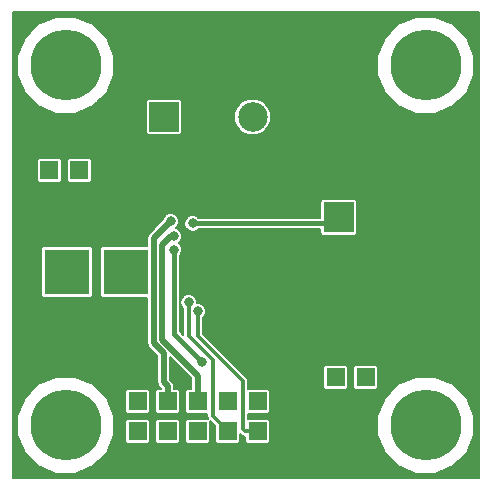
<source format=gbr>
G04 #@! TF.FileFunction,Copper,L1,Top,Signal*
%FSLAX46Y46*%
G04 Gerber Fmt 4.6, Leading zero omitted, Abs format (unit mm)*
G04 Created by KiCad (PCBNEW (2016-09-17 revision 679eef1)-makepkg) date 09/29/16 07:02:03*
%MOMM*%
%LPD*%
G01*
G04 APERTURE LIST*
%ADD10C,0.500000*%
%ADD11C,2.500000*%
%ADD12R,2.500000X2.500000*%
%ADD13R,1.524000X1.524000*%
%ADD14R,3.810000X3.810000*%
%ADD15C,6.000000*%
%ADD16C,0.800000*%
%ADD17C,0.300000*%
%ADD18C,0.200000*%
%ADD19C,0.400000*%
G04 APERTURE END LIST*
D10*
D11*
X20898500Y31178500D03*
D12*
X13398500Y31178500D03*
D13*
X11176000Y7112000D03*
X11176000Y4572000D03*
D11*
X35694000Y22669500D03*
D12*
X28194000Y22669500D03*
D14*
X10160000Y13081000D03*
X5160000Y13081000D03*
D15*
X5080000Y35560000D03*
X35560000Y35560000D03*
X35560000Y5080000D03*
X5080000Y5080000D03*
D13*
X16256000Y7112000D03*
X16256000Y4572000D03*
X13716000Y7112000D03*
X13716000Y4572000D03*
D14*
X10160000Y18034000D03*
X5160000Y18034000D03*
D13*
X18796000Y4572000D03*
X18796000Y7112000D03*
X21336000Y7112000D03*
X21336000Y4572000D03*
X27940000Y11684000D03*
X30480000Y11684000D03*
X27940000Y9144000D03*
X30480000Y9144000D03*
X27940000Y6604000D03*
X30480000Y6604000D03*
X3683000Y29210000D03*
X6223000Y29210000D03*
X3683000Y26670000D03*
X6223000Y26670000D03*
X3683000Y24130000D03*
X6223000Y24130000D03*
D16*
X21336000Y13970010D03*
X22351992Y13970000D03*
X22352000Y12954000D03*
X25400000Y11176000D03*
X24130000Y11176000D03*
X23114000Y12192000D03*
X23368000Y13970000D03*
X7366000Y31242000D03*
X7874000Y29718000D03*
X7874000Y28702000D03*
X12192000Y33528000D03*
X25908000Y32004000D03*
X25908000Y30480000D03*
X26670000Y29210000D03*
X30226000Y20320000D03*
X31242000Y19050000D03*
X31242000Y17272000D03*
X31242000Y16002000D03*
X31242000Y14986000D03*
X30480000Y28702000D03*
X31750000Y27686000D03*
X32512000Y26670000D03*
X33020000Y25400000D03*
X8890000Y33020000D03*
X8467958Y31669876D03*
X16748511Y32004000D03*
X16540177Y33799471D03*
X18542000Y24638000D03*
X18542000Y26162000D03*
X18542000Y27686000D03*
X18542000Y29210000D03*
X17780000Y30226000D03*
X17018000Y12954000D03*
X19812000Y27178000D03*
X21082000Y26416000D03*
X19558000Y25654000D03*
X16224500Y18967000D03*
X17049500Y18967000D03*
X17049500Y18117000D03*
X16224500Y18117000D03*
X15399500Y18967000D03*
X15399500Y18117000D03*
X17874500Y18117000D03*
X17874500Y18967000D03*
X7112000Y21082000D03*
X5842000Y21082000D03*
X4572000Y21082000D03*
X3302000Y21082000D03*
X1778000Y21082000D03*
X1524000Y18542000D03*
X1778000Y15494000D03*
X1778000Y13716000D03*
X1270000Y29210000D03*
X8636000Y10160000D03*
X7620000Y10160000D03*
X6604000Y10160000D03*
X5334000Y10160000D03*
X4064000Y10160000D03*
X2794000Y10160000D03*
X23876000Y24130000D03*
X24130000Y14732000D03*
X23876000Y16002000D03*
X23876000Y17272000D03*
X23876000Y18542000D03*
X23876000Y20066000D03*
X22606000Y20066000D03*
X21336000Y20066000D03*
X20320000Y19304000D03*
X20066000Y18288000D03*
X19304000Y19050000D03*
X24638000Y13716000D03*
X24638000Y12700000D03*
X25908000Y12446000D03*
X26924000Y13716000D03*
X28448000Y13716000D03*
X29718000Y13716000D03*
X30734000Y13716000D03*
X37592000Y22606000D03*
X37592000Y21336000D03*
X36322000Y20574000D03*
X34798000Y20574000D03*
X33782000Y21590000D03*
X33528000Y22860000D03*
X33782000Y24384000D03*
X35052000Y24892000D03*
X36322000Y24892000D03*
X37338000Y24130000D03*
X19341614Y12229614D03*
X3683000Y22352000D03*
X6223000Y22352000D03*
X15811500Y22161500D03*
X15494000Y15494000D03*
X16256000Y14732000D03*
X14223999Y21082000D03*
X13970000Y22352000D03*
X16637000Y10414000D03*
X14224000Y19939000D03*
D17*
X21336000Y13970000D02*
X21336000Y13970010D01*
X22352000Y12954000D02*
X21336000Y13970000D01*
X23368000Y13970000D02*
X22351992Y13970000D01*
X22352000Y12954000D02*
X23114000Y12192000D01*
X24130000Y11176000D02*
X25400000Y11176000D01*
X7874000Y29718000D02*
X7874000Y30734000D01*
X7874000Y30734000D02*
X7366000Y31242000D01*
X6223000Y29210000D02*
X7366000Y29210000D01*
X7366000Y29210000D02*
X7874000Y28702000D01*
X25908000Y30480000D02*
X25908000Y32004000D01*
X30226000Y25146000D02*
X26670000Y28702000D01*
X26670000Y28702000D02*
X26670000Y29210000D01*
X30226000Y20320000D02*
X30226000Y25146000D01*
X31242000Y17272000D02*
X31242000Y19050000D01*
X31242000Y14986000D02*
X31242000Y16002000D01*
X31750000Y27686000D02*
X31496000Y27686000D01*
X31496000Y27686000D02*
X30480000Y28702000D01*
X33020000Y25400000D02*
X33020000Y26162000D01*
X33020000Y26162000D02*
X32512000Y26670000D01*
X8890000Y33020000D02*
X9669471Y33799471D01*
X9669471Y33799471D02*
X16540177Y33799471D01*
D10*
X8890000Y32454315D02*
X8890000Y33020000D01*
X8890000Y32091918D02*
X8890000Y32454315D01*
X8467958Y31669876D02*
X8890000Y32091918D01*
X16748511Y32004000D02*
X16748511Y33591137D01*
X16748511Y33591137D02*
X16540177Y33799471D01*
X18542000Y27686000D02*
X18542000Y26162000D01*
X17780000Y30226000D02*
X17780000Y29972000D01*
X17780000Y29972000D02*
X18542000Y29210000D01*
D17*
X12860959Y22445041D02*
X15053918Y24638000D01*
X15053918Y24638000D02*
X18542000Y24638000D01*
D10*
X21082000Y26416000D02*
X20574000Y26416000D01*
X20574000Y26416000D02*
X19812000Y27178000D01*
X18542000Y24638000D02*
X19558000Y25654000D01*
D17*
X16224500Y18117000D02*
X17049500Y18117000D01*
X15399500Y18967000D02*
X15399500Y18942000D01*
X15399500Y18942000D02*
X16224500Y18117000D01*
D18*
X4572000Y21082000D02*
X5842000Y21082000D01*
X1778000Y21082000D02*
X3302000Y21082000D01*
X1778000Y15494000D02*
X1778000Y18288000D01*
X1778000Y18288000D02*
X1524000Y18542000D01*
X5160000Y13081000D02*
X3055000Y13081000D01*
X3055000Y13081000D02*
X2420000Y13716000D01*
X2420000Y13716000D02*
X1778000Y13716000D01*
X3683000Y29210000D02*
X1270000Y29210000D01*
X6604000Y10160000D02*
X7620000Y10160000D01*
X4064000Y10160000D02*
X5334000Y10160000D01*
X4344000Y10160000D02*
X4064000Y10160000D01*
X4064000Y10160000D02*
X2794000Y10160000D01*
X5160000Y13081000D02*
X5160000Y10976000D01*
X5160000Y10976000D02*
X4344000Y10160000D01*
X23876000Y16002000D02*
X23876000Y14986000D01*
X23876000Y14986000D02*
X24130000Y14732000D01*
X23876000Y18542000D02*
X23876000Y17272000D01*
X22606000Y20066000D02*
X23876000Y20066000D01*
X20320000Y19304000D02*
X20574000Y19304000D01*
X20574000Y19304000D02*
X21336000Y20066000D01*
X19304000Y19050000D02*
X20066000Y18288000D01*
X24638000Y12700000D02*
X24638000Y13716000D01*
X26924000Y13716000D02*
X26924000Y13462000D01*
X26924000Y13462000D02*
X25908000Y12446000D01*
X29718000Y13716000D02*
X28448000Y13716000D01*
X30480000Y11684000D02*
X30480000Y13462000D01*
X30480000Y13462000D02*
X30734000Y13716000D01*
X36322000Y20574000D02*
X36830000Y20574000D01*
X36830000Y20574000D02*
X37592000Y21336000D01*
X33782000Y21590000D02*
X34798000Y20574000D01*
X33782000Y24384000D02*
X33782000Y23114000D01*
X33782000Y23114000D02*
X33528000Y22860000D01*
X36322000Y24892000D02*
X35052000Y24892000D01*
X35694000Y22669500D02*
X37154500Y24130000D01*
X37154500Y24130000D02*
X37338000Y24130000D01*
D19*
X6223000Y22352000D02*
X3683000Y22352000D01*
X15811500Y22161500D02*
X27686000Y22161500D01*
X27686000Y22161500D02*
X28194000Y22669500D01*
X27767219Y22168219D02*
X28575000Y22976000D01*
D17*
X15494000Y15494000D02*
X15494000Y12667002D01*
X15494000Y12667002D02*
X17526000Y10635002D01*
X17526000Y10635002D02*
X17526000Y5842000D01*
X17526000Y5842000D02*
X18796000Y4572000D01*
D19*
X19031000Y4572000D02*
X18815001Y4787999D01*
D17*
X21336000Y4572000D02*
X20274000Y4572000D01*
X20274000Y4572000D02*
X20066000Y4780000D01*
X20066000Y4780000D02*
X20066000Y8802122D01*
X20066000Y8802122D02*
X16256000Y12612122D01*
X16256000Y12612122D02*
X16256000Y14166315D01*
X16256000Y14166315D02*
X16256000Y14732000D01*
D10*
X14223999Y21082000D02*
X13970000Y21082000D01*
X13215011Y12324950D02*
X16256000Y9283961D01*
X13970000Y21082000D02*
X13215011Y20327011D01*
X13215011Y20327011D02*
X13215011Y12324950D01*
X16256000Y9283961D02*
X16256000Y8374000D01*
X16256000Y8374000D02*
X16256000Y7112000D01*
X13970000Y22352000D02*
X12515001Y20897001D01*
X12515001Y20897001D02*
X12515001Y12034998D01*
X12515001Y12034998D02*
X13373999Y11176000D01*
X13373999Y11176000D02*
X13373999Y8716001D01*
X13373999Y8716001D02*
X13716000Y8374000D01*
X13716000Y8374000D02*
X13716000Y7112000D01*
D19*
X14224000Y19939000D02*
X14224000Y12827000D01*
X14224000Y12827000D02*
X16637000Y10414000D01*
D18*
G36*
X40036000Y604000D02*
X604000Y604000D01*
X604000Y4268037D01*
X979290Y4268037D01*
X1602162Y2760571D01*
X2754504Y1606216D01*
X4260882Y980713D01*
X5891963Y979290D01*
X7399429Y1602162D01*
X8553784Y2754504D01*
X9179287Y4260882D01*
X9180223Y5334000D01*
X10108123Y5334000D01*
X10108123Y3810000D01*
X10131407Y3692946D01*
X10197712Y3593712D01*
X10296946Y3527407D01*
X10414000Y3504123D01*
X11938000Y3504123D01*
X12055054Y3527407D01*
X12154288Y3593712D01*
X12220593Y3692946D01*
X12243877Y3810000D01*
X12243877Y5334000D01*
X12648123Y5334000D01*
X12648123Y3810000D01*
X12671407Y3692946D01*
X12737712Y3593712D01*
X12836946Y3527407D01*
X12954000Y3504123D01*
X14478000Y3504123D01*
X14595054Y3527407D01*
X14694288Y3593712D01*
X14760593Y3692946D01*
X14783877Y3810000D01*
X14783877Y5334000D01*
X14760593Y5451054D01*
X14694288Y5550288D01*
X14595054Y5616593D01*
X14478000Y5639877D01*
X12954000Y5639877D01*
X12836946Y5616593D01*
X12737712Y5550288D01*
X12671407Y5451054D01*
X12648123Y5334000D01*
X12243877Y5334000D01*
X12220593Y5451054D01*
X12154288Y5550288D01*
X12055054Y5616593D01*
X11938000Y5639877D01*
X10414000Y5639877D01*
X10296946Y5616593D01*
X10197712Y5550288D01*
X10131407Y5451054D01*
X10108123Y5334000D01*
X9180223Y5334000D01*
X9180710Y5891963D01*
X8557838Y7399429D01*
X8084095Y7874000D01*
X10108123Y7874000D01*
X10108123Y6350000D01*
X10131407Y6232946D01*
X10197712Y6133712D01*
X10296946Y6067407D01*
X10414000Y6044123D01*
X11938000Y6044123D01*
X12055054Y6067407D01*
X12154288Y6133712D01*
X12220593Y6232946D01*
X12243877Y6350000D01*
X12243877Y7874000D01*
X12220593Y7991054D01*
X12154288Y8090288D01*
X12055054Y8156593D01*
X11938000Y8179877D01*
X10414000Y8179877D01*
X10296946Y8156593D01*
X10197712Y8090288D01*
X10131407Y7991054D01*
X10108123Y7874000D01*
X8084095Y7874000D01*
X7405496Y8553784D01*
X5899118Y9179287D01*
X4268037Y9180710D01*
X2760571Y8557838D01*
X1606216Y7405496D01*
X980713Y5899118D01*
X979290Y4268037D01*
X604000Y4268037D01*
X604000Y19939000D01*
X2949123Y19939000D01*
X2949123Y16129000D01*
X2972407Y16011946D01*
X3038712Y15912712D01*
X3137946Y15846407D01*
X3255000Y15823123D01*
X7065000Y15823123D01*
X7182054Y15846407D01*
X7281288Y15912712D01*
X7347593Y16011946D01*
X7370877Y16129000D01*
X7370877Y19939000D01*
X7949123Y19939000D01*
X7949123Y16129000D01*
X7972407Y16011946D01*
X8038712Y15912712D01*
X8137946Y15846407D01*
X8255000Y15823123D01*
X11965001Y15823123D01*
X11965001Y12034998D01*
X12006867Y11824522D01*
X12126092Y11646089D01*
X12823999Y10948183D01*
X12823999Y8716001D01*
X12865865Y8505525D01*
X12985090Y8327092D01*
X13132305Y8179877D01*
X12954000Y8179877D01*
X12836946Y8156593D01*
X12737712Y8090288D01*
X12671407Y7991054D01*
X12648123Y7874000D01*
X12648123Y6350000D01*
X12671407Y6232946D01*
X12737712Y6133712D01*
X12836946Y6067407D01*
X12954000Y6044123D01*
X14478000Y6044123D01*
X14595054Y6067407D01*
X14694288Y6133712D01*
X14760593Y6232946D01*
X14783877Y6350000D01*
X14783877Y7874000D01*
X14760593Y7991054D01*
X14694288Y8090288D01*
X14595054Y8156593D01*
X14478000Y8179877D01*
X14266000Y8179877D01*
X14266000Y8374000D01*
X14224134Y8584476D01*
X14104909Y8762909D01*
X14104906Y8762911D01*
X13923999Y8943819D01*
X13923999Y10838144D01*
X15706000Y9056143D01*
X15706000Y8179877D01*
X15494000Y8179877D01*
X15376946Y8156593D01*
X15277712Y8090288D01*
X15211407Y7991054D01*
X15188123Y7874000D01*
X15188123Y6350000D01*
X15211407Y6232946D01*
X15277712Y6133712D01*
X15376946Y6067407D01*
X15494000Y6044123D01*
X17018000Y6044123D01*
X17076000Y6055660D01*
X17076000Y5842000D01*
X17110254Y5669792D01*
X17130243Y5639877D01*
X17154469Y5603621D01*
X17135054Y5616593D01*
X17018000Y5639877D01*
X15494000Y5639877D01*
X15376946Y5616593D01*
X15277712Y5550288D01*
X15211407Y5451054D01*
X15188123Y5334000D01*
X15188123Y3810000D01*
X15211407Y3692946D01*
X15277712Y3593712D01*
X15376946Y3527407D01*
X15494000Y3504123D01*
X17018000Y3504123D01*
X17135054Y3527407D01*
X17234288Y3593712D01*
X17300593Y3692946D01*
X17323877Y3810000D01*
X17323877Y5334000D01*
X17305570Y5426034D01*
X17728123Y5003481D01*
X17728123Y3810000D01*
X17751407Y3692946D01*
X17817712Y3593712D01*
X17916946Y3527407D01*
X18034000Y3504123D01*
X19558000Y3504123D01*
X19675054Y3527407D01*
X19774288Y3593712D01*
X19840593Y3692946D01*
X19863877Y3810000D01*
X19863877Y4345727D01*
X19955802Y4253802D01*
X20101792Y4156254D01*
X20268123Y4123169D01*
X20268123Y3810000D01*
X20291407Y3692946D01*
X20357712Y3593712D01*
X20456946Y3527407D01*
X20574000Y3504123D01*
X22098000Y3504123D01*
X22215054Y3527407D01*
X22314288Y3593712D01*
X22380593Y3692946D01*
X22403877Y3810000D01*
X22403877Y4268037D01*
X31459290Y4268037D01*
X32082162Y2760571D01*
X33234504Y1606216D01*
X34740882Y980713D01*
X36371963Y979290D01*
X37879429Y1602162D01*
X39033784Y2754504D01*
X39659287Y4260882D01*
X39660710Y5891963D01*
X39037838Y7399429D01*
X37885496Y8553784D01*
X36379118Y9179287D01*
X34748037Y9180710D01*
X33240571Y8557838D01*
X32086216Y7405496D01*
X31460713Y5899118D01*
X31459290Y4268037D01*
X22403877Y4268037D01*
X22403877Y5334000D01*
X22380593Y5451054D01*
X22314288Y5550288D01*
X22215054Y5616593D01*
X22098000Y5639877D01*
X20574000Y5639877D01*
X20516000Y5628340D01*
X20516000Y6055660D01*
X20574000Y6044123D01*
X22098000Y6044123D01*
X22215054Y6067407D01*
X22314288Y6133712D01*
X22380593Y6232946D01*
X22403877Y6350000D01*
X22403877Y7874000D01*
X22380593Y7991054D01*
X22314288Y8090288D01*
X22215054Y8156593D01*
X22098000Y8179877D01*
X20574000Y8179877D01*
X20516000Y8168340D01*
X20516000Y8802122D01*
X20481746Y8974330D01*
X20384198Y9120320D01*
X19598518Y9906000D01*
X26872123Y9906000D01*
X26872123Y8382000D01*
X26895407Y8264946D01*
X26961712Y8165712D01*
X27060946Y8099407D01*
X27178000Y8076123D01*
X28702000Y8076123D01*
X28819054Y8099407D01*
X28918288Y8165712D01*
X28984593Y8264946D01*
X29007877Y8382000D01*
X29007877Y9906000D01*
X29412123Y9906000D01*
X29412123Y8382000D01*
X29435407Y8264946D01*
X29501712Y8165712D01*
X29600946Y8099407D01*
X29718000Y8076123D01*
X31242000Y8076123D01*
X31359054Y8099407D01*
X31458288Y8165712D01*
X31524593Y8264946D01*
X31547877Y8382000D01*
X31547877Y9906000D01*
X31524593Y10023054D01*
X31458288Y10122288D01*
X31359054Y10188593D01*
X31242000Y10211877D01*
X29718000Y10211877D01*
X29600946Y10188593D01*
X29501712Y10122288D01*
X29435407Y10023054D01*
X29412123Y9906000D01*
X29007877Y9906000D01*
X28984593Y10023054D01*
X28918288Y10122288D01*
X28819054Y10188593D01*
X28702000Y10211877D01*
X27178000Y10211877D01*
X27060946Y10188593D01*
X26961712Y10122288D01*
X26895407Y10023054D01*
X26872123Y9906000D01*
X19598518Y9906000D01*
X16706000Y12798518D01*
X16706000Y14192129D01*
X16849085Y14334964D01*
X16955878Y14592150D01*
X16956121Y14870628D01*
X16849777Y15128000D01*
X16653036Y15325085D01*
X16395850Y15431878D01*
X16193946Y15432054D01*
X16194121Y15632628D01*
X16087777Y15890000D01*
X15891036Y16087085D01*
X15633850Y16193878D01*
X15355372Y16194121D01*
X15098000Y16087777D01*
X14900915Y15891036D01*
X14794122Y15633850D01*
X14793879Y15355372D01*
X14900223Y15098000D01*
X15044000Y14953972D01*
X15044000Y12714106D01*
X14724000Y13034106D01*
X14724000Y19449041D01*
X14817085Y19541964D01*
X14923878Y19799150D01*
X14924121Y20077628D01*
X14817777Y20335000D01*
X14642449Y20510634D01*
X14817084Y20684964D01*
X14923877Y20942150D01*
X14924120Y21220628D01*
X14817776Y21478000D01*
X14621035Y21675085D01*
X14382103Y21774298D01*
X14563085Y21954964D01*
X14591282Y22022872D01*
X15111379Y22022872D01*
X15217723Y21765500D01*
X15414464Y21568415D01*
X15671650Y21461622D01*
X15950128Y21461379D01*
X16207500Y21567723D01*
X16301441Y21661500D01*
X26638123Y21661500D01*
X26638123Y21419500D01*
X26661407Y21302446D01*
X26727712Y21203212D01*
X26826946Y21136907D01*
X26944000Y21113623D01*
X29444000Y21113623D01*
X29561054Y21136907D01*
X29660288Y21203212D01*
X29726593Y21302446D01*
X29749877Y21419500D01*
X29749877Y23919500D01*
X29726593Y24036554D01*
X29660288Y24135788D01*
X29561054Y24202093D01*
X29444000Y24225377D01*
X26944000Y24225377D01*
X26826946Y24202093D01*
X26727712Y24135788D01*
X26661407Y24036554D01*
X26638123Y23919500D01*
X26638123Y22661500D01*
X16301459Y22661500D01*
X16208536Y22754585D01*
X15951350Y22861378D01*
X15672872Y22861621D01*
X15415500Y22755277D01*
X15218415Y22558536D01*
X15111622Y22301350D01*
X15111379Y22022872D01*
X14591282Y22022872D01*
X14669878Y22212150D01*
X14670121Y22490628D01*
X14563777Y22748000D01*
X14367036Y22945085D01*
X14109850Y23051878D01*
X13831372Y23052121D01*
X13574000Y22945777D01*
X13376915Y22749036D01*
X13270122Y22491850D01*
X13270068Y22429886D01*
X12126092Y21285910D01*
X12006867Y21107477D01*
X11965001Y20897001D01*
X11965001Y20244877D01*
X8255000Y20244877D01*
X8137946Y20221593D01*
X8038712Y20155288D01*
X7972407Y20056054D01*
X7949123Y19939000D01*
X7370877Y19939000D01*
X7347593Y20056054D01*
X7281288Y20155288D01*
X7182054Y20221593D01*
X7065000Y20244877D01*
X3255000Y20244877D01*
X3137946Y20221593D01*
X3038712Y20155288D01*
X2972407Y20056054D01*
X2949123Y19939000D01*
X604000Y19939000D01*
X604000Y27432000D01*
X2615123Y27432000D01*
X2615123Y25908000D01*
X2638407Y25790946D01*
X2704712Y25691712D01*
X2803946Y25625407D01*
X2921000Y25602123D01*
X4445000Y25602123D01*
X4562054Y25625407D01*
X4661288Y25691712D01*
X4727593Y25790946D01*
X4750877Y25908000D01*
X4750877Y27432000D01*
X5155123Y27432000D01*
X5155123Y25908000D01*
X5178407Y25790946D01*
X5244712Y25691712D01*
X5343946Y25625407D01*
X5461000Y25602123D01*
X6985000Y25602123D01*
X7102054Y25625407D01*
X7201288Y25691712D01*
X7267593Y25790946D01*
X7290877Y25908000D01*
X7290877Y27432000D01*
X7267593Y27549054D01*
X7201288Y27648288D01*
X7102054Y27714593D01*
X6985000Y27737877D01*
X5461000Y27737877D01*
X5343946Y27714593D01*
X5244712Y27648288D01*
X5178407Y27549054D01*
X5155123Y27432000D01*
X4750877Y27432000D01*
X4727593Y27549054D01*
X4661288Y27648288D01*
X4562054Y27714593D01*
X4445000Y27737877D01*
X2921000Y27737877D01*
X2803946Y27714593D01*
X2704712Y27648288D01*
X2638407Y27549054D01*
X2615123Y27432000D01*
X604000Y27432000D01*
X604000Y34748037D01*
X979290Y34748037D01*
X1602162Y33240571D01*
X2754504Y32086216D01*
X4260882Y31460713D01*
X5891963Y31459290D01*
X7399429Y32082162D01*
X7746372Y32428500D01*
X11842623Y32428500D01*
X11842623Y29928500D01*
X11865907Y29811446D01*
X11932212Y29712212D01*
X12031446Y29645907D01*
X12148500Y29622623D01*
X14648500Y29622623D01*
X14765554Y29645907D01*
X14864788Y29712212D01*
X14931093Y29811446D01*
X14954377Y29928500D01*
X14954377Y30871539D01*
X19348232Y30871539D01*
X19583708Y30301643D01*
X20019349Y29865240D01*
X20588833Y29628770D01*
X21205461Y29628232D01*
X21775357Y29863708D01*
X22211760Y30299349D01*
X22448230Y30868833D01*
X22448768Y31485461D01*
X22213292Y32055357D01*
X21777651Y32491760D01*
X21208167Y32728230D01*
X20591539Y32728768D01*
X20021643Y32493292D01*
X19585240Y32057651D01*
X19348770Y31488167D01*
X19348232Y30871539D01*
X14954377Y30871539D01*
X14954377Y32428500D01*
X14931093Y32545554D01*
X14864788Y32644788D01*
X14765554Y32711093D01*
X14648500Y32734377D01*
X12148500Y32734377D01*
X12031446Y32711093D01*
X11932212Y32644788D01*
X11865907Y32545554D01*
X11842623Y32428500D01*
X7746372Y32428500D01*
X8553784Y33234504D01*
X9179287Y34740882D01*
X9179293Y34748037D01*
X31459290Y34748037D01*
X32082162Y33240571D01*
X33234504Y32086216D01*
X34740882Y31460713D01*
X36371963Y31459290D01*
X37879429Y32082162D01*
X39033784Y33234504D01*
X39659287Y34740882D01*
X39660710Y36371963D01*
X39037838Y37879429D01*
X37885496Y39033784D01*
X36379118Y39659287D01*
X34748037Y39660710D01*
X33240571Y39037838D01*
X32086216Y37885496D01*
X31460713Y36379118D01*
X31459290Y34748037D01*
X9179293Y34748037D01*
X9180710Y36371963D01*
X8557838Y37879429D01*
X7405496Y39033784D01*
X5899118Y39659287D01*
X4268037Y39660710D01*
X2760571Y39037838D01*
X1606216Y37885496D01*
X980713Y36379118D01*
X979290Y34748037D01*
X604000Y34748037D01*
X604000Y40036000D01*
X40036000Y40036000D01*
X40036000Y604000D01*
X40036000Y604000D01*
G37*
X40036000Y604000D02*
X604000Y604000D01*
X604000Y4268037D01*
X979290Y4268037D01*
X1602162Y2760571D01*
X2754504Y1606216D01*
X4260882Y980713D01*
X5891963Y979290D01*
X7399429Y1602162D01*
X8553784Y2754504D01*
X9179287Y4260882D01*
X9180223Y5334000D01*
X10108123Y5334000D01*
X10108123Y3810000D01*
X10131407Y3692946D01*
X10197712Y3593712D01*
X10296946Y3527407D01*
X10414000Y3504123D01*
X11938000Y3504123D01*
X12055054Y3527407D01*
X12154288Y3593712D01*
X12220593Y3692946D01*
X12243877Y3810000D01*
X12243877Y5334000D01*
X12648123Y5334000D01*
X12648123Y3810000D01*
X12671407Y3692946D01*
X12737712Y3593712D01*
X12836946Y3527407D01*
X12954000Y3504123D01*
X14478000Y3504123D01*
X14595054Y3527407D01*
X14694288Y3593712D01*
X14760593Y3692946D01*
X14783877Y3810000D01*
X14783877Y5334000D01*
X14760593Y5451054D01*
X14694288Y5550288D01*
X14595054Y5616593D01*
X14478000Y5639877D01*
X12954000Y5639877D01*
X12836946Y5616593D01*
X12737712Y5550288D01*
X12671407Y5451054D01*
X12648123Y5334000D01*
X12243877Y5334000D01*
X12220593Y5451054D01*
X12154288Y5550288D01*
X12055054Y5616593D01*
X11938000Y5639877D01*
X10414000Y5639877D01*
X10296946Y5616593D01*
X10197712Y5550288D01*
X10131407Y5451054D01*
X10108123Y5334000D01*
X9180223Y5334000D01*
X9180710Y5891963D01*
X8557838Y7399429D01*
X8084095Y7874000D01*
X10108123Y7874000D01*
X10108123Y6350000D01*
X10131407Y6232946D01*
X10197712Y6133712D01*
X10296946Y6067407D01*
X10414000Y6044123D01*
X11938000Y6044123D01*
X12055054Y6067407D01*
X12154288Y6133712D01*
X12220593Y6232946D01*
X12243877Y6350000D01*
X12243877Y7874000D01*
X12220593Y7991054D01*
X12154288Y8090288D01*
X12055054Y8156593D01*
X11938000Y8179877D01*
X10414000Y8179877D01*
X10296946Y8156593D01*
X10197712Y8090288D01*
X10131407Y7991054D01*
X10108123Y7874000D01*
X8084095Y7874000D01*
X7405496Y8553784D01*
X5899118Y9179287D01*
X4268037Y9180710D01*
X2760571Y8557838D01*
X1606216Y7405496D01*
X980713Y5899118D01*
X979290Y4268037D01*
X604000Y4268037D01*
X604000Y19939000D01*
X2949123Y19939000D01*
X2949123Y16129000D01*
X2972407Y16011946D01*
X3038712Y15912712D01*
X3137946Y15846407D01*
X3255000Y15823123D01*
X7065000Y15823123D01*
X7182054Y15846407D01*
X7281288Y15912712D01*
X7347593Y16011946D01*
X7370877Y16129000D01*
X7370877Y19939000D01*
X7949123Y19939000D01*
X7949123Y16129000D01*
X7972407Y16011946D01*
X8038712Y15912712D01*
X8137946Y15846407D01*
X8255000Y15823123D01*
X11965001Y15823123D01*
X11965001Y12034998D01*
X12006867Y11824522D01*
X12126092Y11646089D01*
X12823999Y10948183D01*
X12823999Y8716001D01*
X12865865Y8505525D01*
X12985090Y8327092D01*
X13132305Y8179877D01*
X12954000Y8179877D01*
X12836946Y8156593D01*
X12737712Y8090288D01*
X12671407Y7991054D01*
X12648123Y7874000D01*
X12648123Y6350000D01*
X12671407Y6232946D01*
X12737712Y6133712D01*
X12836946Y6067407D01*
X12954000Y6044123D01*
X14478000Y6044123D01*
X14595054Y6067407D01*
X14694288Y6133712D01*
X14760593Y6232946D01*
X14783877Y6350000D01*
X14783877Y7874000D01*
X14760593Y7991054D01*
X14694288Y8090288D01*
X14595054Y8156593D01*
X14478000Y8179877D01*
X14266000Y8179877D01*
X14266000Y8374000D01*
X14224134Y8584476D01*
X14104909Y8762909D01*
X14104906Y8762911D01*
X13923999Y8943819D01*
X13923999Y10838144D01*
X15706000Y9056143D01*
X15706000Y8179877D01*
X15494000Y8179877D01*
X15376946Y8156593D01*
X15277712Y8090288D01*
X15211407Y7991054D01*
X15188123Y7874000D01*
X15188123Y6350000D01*
X15211407Y6232946D01*
X15277712Y6133712D01*
X15376946Y6067407D01*
X15494000Y6044123D01*
X17018000Y6044123D01*
X17076000Y6055660D01*
X17076000Y5842000D01*
X17110254Y5669792D01*
X17130243Y5639877D01*
X17154469Y5603621D01*
X17135054Y5616593D01*
X17018000Y5639877D01*
X15494000Y5639877D01*
X15376946Y5616593D01*
X15277712Y5550288D01*
X15211407Y5451054D01*
X15188123Y5334000D01*
X15188123Y3810000D01*
X15211407Y3692946D01*
X15277712Y3593712D01*
X15376946Y3527407D01*
X15494000Y3504123D01*
X17018000Y3504123D01*
X17135054Y3527407D01*
X17234288Y3593712D01*
X17300593Y3692946D01*
X17323877Y3810000D01*
X17323877Y5334000D01*
X17305570Y5426034D01*
X17728123Y5003481D01*
X17728123Y3810000D01*
X17751407Y3692946D01*
X17817712Y3593712D01*
X17916946Y3527407D01*
X18034000Y3504123D01*
X19558000Y3504123D01*
X19675054Y3527407D01*
X19774288Y3593712D01*
X19840593Y3692946D01*
X19863877Y3810000D01*
X19863877Y4345727D01*
X19955802Y4253802D01*
X20101792Y4156254D01*
X20268123Y4123169D01*
X20268123Y3810000D01*
X20291407Y3692946D01*
X20357712Y3593712D01*
X20456946Y3527407D01*
X20574000Y3504123D01*
X22098000Y3504123D01*
X22215054Y3527407D01*
X22314288Y3593712D01*
X22380593Y3692946D01*
X22403877Y3810000D01*
X22403877Y4268037D01*
X31459290Y4268037D01*
X32082162Y2760571D01*
X33234504Y1606216D01*
X34740882Y980713D01*
X36371963Y979290D01*
X37879429Y1602162D01*
X39033784Y2754504D01*
X39659287Y4260882D01*
X39660710Y5891963D01*
X39037838Y7399429D01*
X37885496Y8553784D01*
X36379118Y9179287D01*
X34748037Y9180710D01*
X33240571Y8557838D01*
X32086216Y7405496D01*
X31460713Y5899118D01*
X31459290Y4268037D01*
X22403877Y4268037D01*
X22403877Y5334000D01*
X22380593Y5451054D01*
X22314288Y5550288D01*
X22215054Y5616593D01*
X22098000Y5639877D01*
X20574000Y5639877D01*
X20516000Y5628340D01*
X20516000Y6055660D01*
X20574000Y6044123D01*
X22098000Y6044123D01*
X22215054Y6067407D01*
X22314288Y6133712D01*
X22380593Y6232946D01*
X22403877Y6350000D01*
X22403877Y7874000D01*
X22380593Y7991054D01*
X22314288Y8090288D01*
X22215054Y8156593D01*
X22098000Y8179877D01*
X20574000Y8179877D01*
X20516000Y8168340D01*
X20516000Y8802122D01*
X20481746Y8974330D01*
X20384198Y9120320D01*
X19598518Y9906000D01*
X26872123Y9906000D01*
X26872123Y8382000D01*
X26895407Y8264946D01*
X26961712Y8165712D01*
X27060946Y8099407D01*
X27178000Y8076123D01*
X28702000Y8076123D01*
X28819054Y8099407D01*
X28918288Y8165712D01*
X28984593Y8264946D01*
X29007877Y8382000D01*
X29007877Y9906000D01*
X29412123Y9906000D01*
X29412123Y8382000D01*
X29435407Y8264946D01*
X29501712Y8165712D01*
X29600946Y8099407D01*
X29718000Y8076123D01*
X31242000Y8076123D01*
X31359054Y8099407D01*
X31458288Y8165712D01*
X31524593Y8264946D01*
X31547877Y8382000D01*
X31547877Y9906000D01*
X31524593Y10023054D01*
X31458288Y10122288D01*
X31359054Y10188593D01*
X31242000Y10211877D01*
X29718000Y10211877D01*
X29600946Y10188593D01*
X29501712Y10122288D01*
X29435407Y10023054D01*
X29412123Y9906000D01*
X29007877Y9906000D01*
X28984593Y10023054D01*
X28918288Y10122288D01*
X28819054Y10188593D01*
X28702000Y10211877D01*
X27178000Y10211877D01*
X27060946Y10188593D01*
X26961712Y10122288D01*
X26895407Y10023054D01*
X26872123Y9906000D01*
X19598518Y9906000D01*
X16706000Y12798518D01*
X16706000Y14192129D01*
X16849085Y14334964D01*
X16955878Y14592150D01*
X16956121Y14870628D01*
X16849777Y15128000D01*
X16653036Y15325085D01*
X16395850Y15431878D01*
X16193946Y15432054D01*
X16194121Y15632628D01*
X16087777Y15890000D01*
X15891036Y16087085D01*
X15633850Y16193878D01*
X15355372Y16194121D01*
X15098000Y16087777D01*
X14900915Y15891036D01*
X14794122Y15633850D01*
X14793879Y15355372D01*
X14900223Y15098000D01*
X15044000Y14953972D01*
X15044000Y12714106D01*
X14724000Y13034106D01*
X14724000Y19449041D01*
X14817085Y19541964D01*
X14923878Y19799150D01*
X14924121Y20077628D01*
X14817777Y20335000D01*
X14642449Y20510634D01*
X14817084Y20684964D01*
X14923877Y20942150D01*
X14924120Y21220628D01*
X14817776Y21478000D01*
X14621035Y21675085D01*
X14382103Y21774298D01*
X14563085Y21954964D01*
X14591282Y22022872D01*
X15111379Y22022872D01*
X15217723Y21765500D01*
X15414464Y21568415D01*
X15671650Y21461622D01*
X15950128Y21461379D01*
X16207500Y21567723D01*
X16301441Y21661500D01*
X26638123Y21661500D01*
X26638123Y21419500D01*
X26661407Y21302446D01*
X26727712Y21203212D01*
X26826946Y21136907D01*
X26944000Y21113623D01*
X29444000Y21113623D01*
X29561054Y21136907D01*
X29660288Y21203212D01*
X29726593Y21302446D01*
X29749877Y21419500D01*
X29749877Y23919500D01*
X29726593Y24036554D01*
X29660288Y24135788D01*
X29561054Y24202093D01*
X29444000Y24225377D01*
X26944000Y24225377D01*
X26826946Y24202093D01*
X26727712Y24135788D01*
X26661407Y24036554D01*
X26638123Y23919500D01*
X26638123Y22661500D01*
X16301459Y22661500D01*
X16208536Y22754585D01*
X15951350Y22861378D01*
X15672872Y22861621D01*
X15415500Y22755277D01*
X15218415Y22558536D01*
X15111622Y22301350D01*
X15111379Y22022872D01*
X14591282Y22022872D01*
X14669878Y22212150D01*
X14670121Y22490628D01*
X14563777Y22748000D01*
X14367036Y22945085D01*
X14109850Y23051878D01*
X13831372Y23052121D01*
X13574000Y22945777D01*
X13376915Y22749036D01*
X13270122Y22491850D01*
X13270068Y22429886D01*
X12126092Y21285910D01*
X12006867Y21107477D01*
X11965001Y20897001D01*
X11965001Y20244877D01*
X8255000Y20244877D01*
X8137946Y20221593D01*
X8038712Y20155288D01*
X7972407Y20056054D01*
X7949123Y19939000D01*
X7370877Y19939000D01*
X7347593Y20056054D01*
X7281288Y20155288D01*
X7182054Y20221593D01*
X7065000Y20244877D01*
X3255000Y20244877D01*
X3137946Y20221593D01*
X3038712Y20155288D01*
X2972407Y20056054D01*
X2949123Y19939000D01*
X604000Y19939000D01*
X604000Y27432000D01*
X2615123Y27432000D01*
X2615123Y25908000D01*
X2638407Y25790946D01*
X2704712Y25691712D01*
X2803946Y25625407D01*
X2921000Y25602123D01*
X4445000Y25602123D01*
X4562054Y25625407D01*
X4661288Y25691712D01*
X4727593Y25790946D01*
X4750877Y25908000D01*
X4750877Y27432000D01*
X5155123Y27432000D01*
X5155123Y25908000D01*
X5178407Y25790946D01*
X5244712Y25691712D01*
X5343946Y25625407D01*
X5461000Y25602123D01*
X6985000Y25602123D01*
X7102054Y25625407D01*
X7201288Y25691712D01*
X7267593Y25790946D01*
X7290877Y25908000D01*
X7290877Y27432000D01*
X7267593Y27549054D01*
X7201288Y27648288D01*
X7102054Y27714593D01*
X6985000Y27737877D01*
X5461000Y27737877D01*
X5343946Y27714593D01*
X5244712Y27648288D01*
X5178407Y27549054D01*
X5155123Y27432000D01*
X4750877Y27432000D01*
X4727593Y27549054D01*
X4661288Y27648288D01*
X4562054Y27714593D01*
X4445000Y27737877D01*
X2921000Y27737877D01*
X2803946Y27714593D01*
X2704712Y27648288D01*
X2638407Y27549054D01*
X2615123Y27432000D01*
X604000Y27432000D01*
X604000Y34748037D01*
X979290Y34748037D01*
X1602162Y33240571D01*
X2754504Y32086216D01*
X4260882Y31460713D01*
X5891963Y31459290D01*
X7399429Y32082162D01*
X7746372Y32428500D01*
X11842623Y32428500D01*
X11842623Y29928500D01*
X11865907Y29811446D01*
X11932212Y29712212D01*
X12031446Y29645907D01*
X12148500Y29622623D01*
X14648500Y29622623D01*
X14765554Y29645907D01*
X14864788Y29712212D01*
X14931093Y29811446D01*
X14954377Y29928500D01*
X14954377Y30871539D01*
X19348232Y30871539D01*
X19583708Y30301643D01*
X20019349Y29865240D01*
X20588833Y29628770D01*
X21205461Y29628232D01*
X21775357Y29863708D01*
X22211760Y30299349D01*
X22448230Y30868833D01*
X22448768Y31485461D01*
X22213292Y32055357D01*
X21777651Y32491760D01*
X21208167Y32728230D01*
X20591539Y32728768D01*
X20021643Y32493292D01*
X19585240Y32057651D01*
X19348770Y31488167D01*
X19348232Y30871539D01*
X14954377Y30871539D01*
X14954377Y32428500D01*
X14931093Y32545554D01*
X14864788Y32644788D01*
X14765554Y32711093D01*
X14648500Y32734377D01*
X12148500Y32734377D01*
X12031446Y32711093D01*
X11932212Y32644788D01*
X11865907Y32545554D01*
X11842623Y32428500D01*
X7746372Y32428500D01*
X8553784Y33234504D01*
X9179287Y34740882D01*
X9179293Y34748037D01*
X31459290Y34748037D01*
X32082162Y33240571D01*
X33234504Y32086216D01*
X34740882Y31460713D01*
X36371963Y31459290D01*
X37879429Y32082162D01*
X39033784Y33234504D01*
X39659287Y34740882D01*
X39660710Y36371963D01*
X39037838Y37879429D01*
X37885496Y39033784D01*
X36379118Y39659287D01*
X34748037Y39660710D01*
X33240571Y39037838D01*
X32086216Y37885496D01*
X31460713Y36379118D01*
X31459290Y34748037D01*
X9179293Y34748037D01*
X9180710Y36371963D01*
X8557838Y37879429D01*
X7405496Y39033784D01*
X5899118Y39659287D01*
X4268037Y39660710D01*
X2760571Y39037838D01*
X1606216Y37885496D01*
X980713Y36379118D01*
X979290Y34748037D01*
X604000Y34748037D01*
X604000Y40036000D01*
X40036000Y40036000D01*
X40036000Y604000D01*
M02*

</source>
